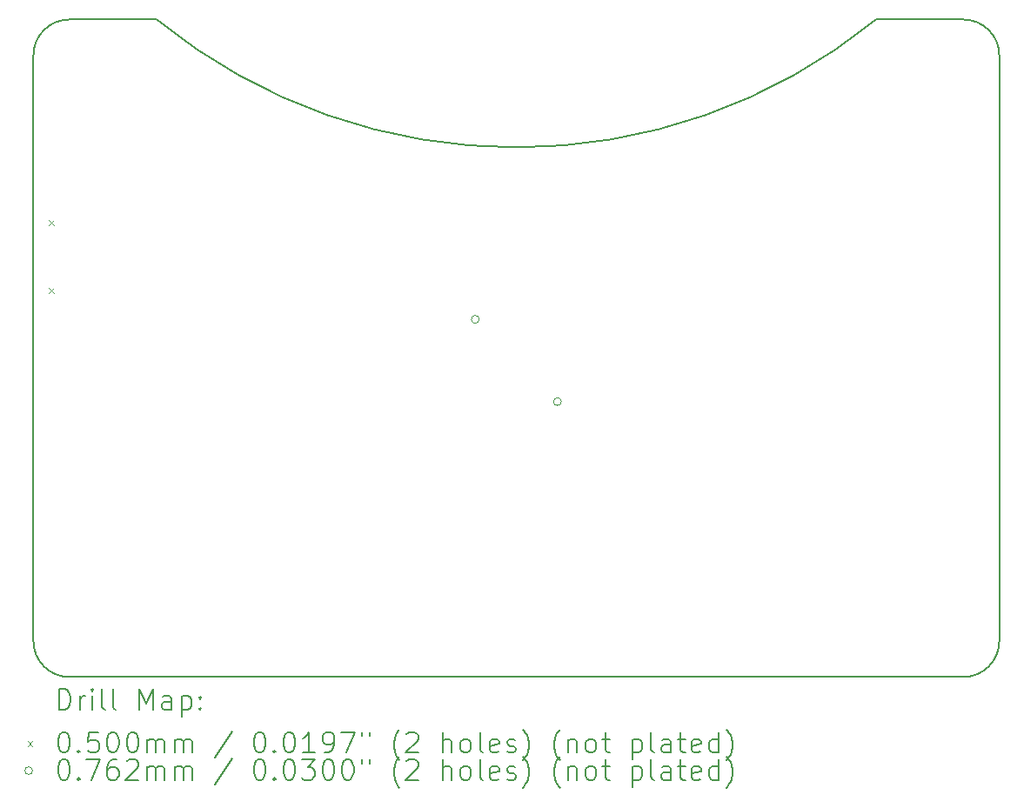
<source format=gbr>
%TF.GenerationSoftware,KiCad,Pcbnew,6.0.11-2627ca5db0~126~ubuntu20.04.1*%
%TF.CreationDate,2023-04-04T17:06:59-04:00*%
%TF.ProjectId,water_meter,77617465-725f-46d6-9574-65722e6b6963,rev?*%
%TF.SameCoordinates,Original*%
%TF.FileFunction,Drillmap*%
%TF.FilePolarity,Positive*%
%FSLAX45Y45*%
G04 Gerber Fmt 4.5, Leading zero omitted, Abs format (unit mm)*
G04 Created by KiCad (PCBNEW 6.0.11-2627ca5db0~126~ubuntu20.04.1) date 2023-04-04 17:06:59*
%MOMM*%
%LPD*%
G01*
G04 APERTURE LIST*
%ADD10C,0.150000*%
%ADD11C,0.200000*%
%ADD12C,0.050000*%
%ADD13C,0.076200*%
G04 APERTURE END LIST*
D10*
X11385000Y-8366000D02*
X12235000Y-8366000D01*
X11035000Y-8716000D02*
X11035000Y-14416000D01*
X19235000Y-8366000D02*
X20085000Y-8366000D01*
X20435000Y-14416000D02*
X20435000Y-8716000D01*
X12235000Y-8366000D02*
G75*
G03*
X19235000Y-8366000I3500000J4300000D01*
G01*
X11035000Y-14416000D02*
G75*
G03*
X11385000Y-14766000I350000J0D01*
G01*
X20435000Y-8716000D02*
G75*
G03*
X20085000Y-8366000I-350000J0D01*
G01*
X11385000Y-8366000D02*
G75*
G03*
X11035000Y-8716000I0J-350000D01*
G01*
X20085000Y-14766000D02*
G75*
G03*
X20435000Y-14416000I0J350000D01*
G01*
X11385000Y-14766000D02*
X20085000Y-14766000D01*
D11*
D12*
X11181250Y-10315575D02*
X11231250Y-10365575D01*
X11231250Y-10315575D02*
X11181250Y-10365575D01*
X11181250Y-10975575D02*
X11231250Y-11025575D01*
X11231250Y-10975575D02*
X11181250Y-11025575D01*
D13*
X15373100Y-11285000D02*
G75*
G03*
X15373100Y-11285000I-38100J0D01*
G01*
X16173100Y-12085000D02*
G75*
G03*
X16173100Y-12085000I-38100J0D01*
G01*
D11*
X11285119Y-15083976D02*
X11285119Y-14883976D01*
X11332738Y-14883976D01*
X11361309Y-14893500D01*
X11380357Y-14912548D01*
X11389881Y-14931595D01*
X11399405Y-14969690D01*
X11399405Y-14998262D01*
X11389881Y-15036357D01*
X11380357Y-15055405D01*
X11361309Y-15074452D01*
X11332738Y-15083976D01*
X11285119Y-15083976D01*
X11485119Y-15083976D02*
X11485119Y-14950643D01*
X11485119Y-14988738D02*
X11494643Y-14969690D01*
X11504167Y-14960167D01*
X11523214Y-14950643D01*
X11542262Y-14950643D01*
X11608928Y-15083976D02*
X11608928Y-14950643D01*
X11608928Y-14883976D02*
X11599405Y-14893500D01*
X11608928Y-14903024D01*
X11618452Y-14893500D01*
X11608928Y-14883976D01*
X11608928Y-14903024D01*
X11732738Y-15083976D02*
X11713690Y-15074452D01*
X11704167Y-15055405D01*
X11704167Y-14883976D01*
X11837500Y-15083976D02*
X11818452Y-15074452D01*
X11808928Y-15055405D01*
X11808928Y-14883976D01*
X12066071Y-15083976D02*
X12066071Y-14883976D01*
X12132738Y-15026833D01*
X12199405Y-14883976D01*
X12199405Y-15083976D01*
X12380357Y-15083976D02*
X12380357Y-14979214D01*
X12370833Y-14960167D01*
X12351786Y-14950643D01*
X12313690Y-14950643D01*
X12294643Y-14960167D01*
X12380357Y-15074452D02*
X12361309Y-15083976D01*
X12313690Y-15083976D01*
X12294643Y-15074452D01*
X12285119Y-15055405D01*
X12285119Y-15036357D01*
X12294643Y-15017309D01*
X12313690Y-15007786D01*
X12361309Y-15007786D01*
X12380357Y-14998262D01*
X12475595Y-14950643D02*
X12475595Y-15150643D01*
X12475595Y-14960167D02*
X12494643Y-14950643D01*
X12532738Y-14950643D01*
X12551786Y-14960167D01*
X12561309Y-14969690D01*
X12570833Y-14988738D01*
X12570833Y-15045881D01*
X12561309Y-15064928D01*
X12551786Y-15074452D01*
X12532738Y-15083976D01*
X12494643Y-15083976D01*
X12475595Y-15074452D01*
X12656548Y-15064928D02*
X12666071Y-15074452D01*
X12656548Y-15083976D01*
X12647024Y-15074452D01*
X12656548Y-15064928D01*
X12656548Y-15083976D01*
X12656548Y-14960167D02*
X12666071Y-14969690D01*
X12656548Y-14979214D01*
X12647024Y-14969690D01*
X12656548Y-14960167D01*
X12656548Y-14979214D01*
D12*
X10977500Y-15388500D02*
X11027500Y-15438500D01*
X11027500Y-15388500D02*
X10977500Y-15438500D01*
D11*
X11323214Y-15303976D02*
X11342262Y-15303976D01*
X11361309Y-15313500D01*
X11370833Y-15323024D01*
X11380357Y-15342071D01*
X11389881Y-15380167D01*
X11389881Y-15427786D01*
X11380357Y-15465881D01*
X11370833Y-15484928D01*
X11361309Y-15494452D01*
X11342262Y-15503976D01*
X11323214Y-15503976D01*
X11304167Y-15494452D01*
X11294643Y-15484928D01*
X11285119Y-15465881D01*
X11275595Y-15427786D01*
X11275595Y-15380167D01*
X11285119Y-15342071D01*
X11294643Y-15323024D01*
X11304167Y-15313500D01*
X11323214Y-15303976D01*
X11475595Y-15484928D02*
X11485119Y-15494452D01*
X11475595Y-15503976D01*
X11466071Y-15494452D01*
X11475595Y-15484928D01*
X11475595Y-15503976D01*
X11666071Y-15303976D02*
X11570833Y-15303976D01*
X11561309Y-15399214D01*
X11570833Y-15389690D01*
X11589881Y-15380167D01*
X11637500Y-15380167D01*
X11656548Y-15389690D01*
X11666071Y-15399214D01*
X11675595Y-15418262D01*
X11675595Y-15465881D01*
X11666071Y-15484928D01*
X11656548Y-15494452D01*
X11637500Y-15503976D01*
X11589881Y-15503976D01*
X11570833Y-15494452D01*
X11561309Y-15484928D01*
X11799405Y-15303976D02*
X11818452Y-15303976D01*
X11837500Y-15313500D01*
X11847024Y-15323024D01*
X11856548Y-15342071D01*
X11866071Y-15380167D01*
X11866071Y-15427786D01*
X11856548Y-15465881D01*
X11847024Y-15484928D01*
X11837500Y-15494452D01*
X11818452Y-15503976D01*
X11799405Y-15503976D01*
X11780357Y-15494452D01*
X11770833Y-15484928D01*
X11761309Y-15465881D01*
X11751786Y-15427786D01*
X11751786Y-15380167D01*
X11761309Y-15342071D01*
X11770833Y-15323024D01*
X11780357Y-15313500D01*
X11799405Y-15303976D01*
X11989881Y-15303976D02*
X12008928Y-15303976D01*
X12027976Y-15313500D01*
X12037500Y-15323024D01*
X12047024Y-15342071D01*
X12056548Y-15380167D01*
X12056548Y-15427786D01*
X12047024Y-15465881D01*
X12037500Y-15484928D01*
X12027976Y-15494452D01*
X12008928Y-15503976D01*
X11989881Y-15503976D01*
X11970833Y-15494452D01*
X11961309Y-15484928D01*
X11951786Y-15465881D01*
X11942262Y-15427786D01*
X11942262Y-15380167D01*
X11951786Y-15342071D01*
X11961309Y-15323024D01*
X11970833Y-15313500D01*
X11989881Y-15303976D01*
X12142262Y-15503976D02*
X12142262Y-15370643D01*
X12142262Y-15389690D02*
X12151786Y-15380167D01*
X12170833Y-15370643D01*
X12199405Y-15370643D01*
X12218452Y-15380167D01*
X12227976Y-15399214D01*
X12227976Y-15503976D01*
X12227976Y-15399214D02*
X12237500Y-15380167D01*
X12256548Y-15370643D01*
X12285119Y-15370643D01*
X12304167Y-15380167D01*
X12313690Y-15399214D01*
X12313690Y-15503976D01*
X12408928Y-15503976D02*
X12408928Y-15370643D01*
X12408928Y-15389690D02*
X12418452Y-15380167D01*
X12437500Y-15370643D01*
X12466071Y-15370643D01*
X12485119Y-15380167D01*
X12494643Y-15399214D01*
X12494643Y-15503976D01*
X12494643Y-15399214D02*
X12504167Y-15380167D01*
X12523214Y-15370643D01*
X12551786Y-15370643D01*
X12570833Y-15380167D01*
X12580357Y-15399214D01*
X12580357Y-15503976D01*
X12970833Y-15294452D02*
X12799405Y-15551595D01*
X13227976Y-15303976D02*
X13247024Y-15303976D01*
X13266071Y-15313500D01*
X13275595Y-15323024D01*
X13285119Y-15342071D01*
X13294643Y-15380167D01*
X13294643Y-15427786D01*
X13285119Y-15465881D01*
X13275595Y-15484928D01*
X13266071Y-15494452D01*
X13247024Y-15503976D01*
X13227976Y-15503976D01*
X13208928Y-15494452D01*
X13199405Y-15484928D01*
X13189881Y-15465881D01*
X13180357Y-15427786D01*
X13180357Y-15380167D01*
X13189881Y-15342071D01*
X13199405Y-15323024D01*
X13208928Y-15313500D01*
X13227976Y-15303976D01*
X13380357Y-15484928D02*
X13389881Y-15494452D01*
X13380357Y-15503976D01*
X13370833Y-15494452D01*
X13380357Y-15484928D01*
X13380357Y-15503976D01*
X13513690Y-15303976D02*
X13532738Y-15303976D01*
X13551786Y-15313500D01*
X13561309Y-15323024D01*
X13570833Y-15342071D01*
X13580357Y-15380167D01*
X13580357Y-15427786D01*
X13570833Y-15465881D01*
X13561309Y-15484928D01*
X13551786Y-15494452D01*
X13532738Y-15503976D01*
X13513690Y-15503976D01*
X13494643Y-15494452D01*
X13485119Y-15484928D01*
X13475595Y-15465881D01*
X13466071Y-15427786D01*
X13466071Y-15380167D01*
X13475595Y-15342071D01*
X13485119Y-15323024D01*
X13494643Y-15313500D01*
X13513690Y-15303976D01*
X13770833Y-15503976D02*
X13656548Y-15503976D01*
X13713690Y-15503976D02*
X13713690Y-15303976D01*
X13694643Y-15332548D01*
X13675595Y-15351595D01*
X13656548Y-15361119D01*
X13866071Y-15503976D02*
X13904167Y-15503976D01*
X13923214Y-15494452D01*
X13932738Y-15484928D01*
X13951786Y-15456357D01*
X13961309Y-15418262D01*
X13961309Y-15342071D01*
X13951786Y-15323024D01*
X13942262Y-15313500D01*
X13923214Y-15303976D01*
X13885119Y-15303976D01*
X13866071Y-15313500D01*
X13856548Y-15323024D01*
X13847024Y-15342071D01*
X13847024Y-15389690D01*
X13856548Y-15408738D01*
X13866071Y-15418262D01*
X13885119Y-15427786D01*
X13923214Y-15427786D01*
X13942262Y-15418262D01*
X13951786Y-15408738D01*
X13961309Y-15389690D01*
X14027976Y-15303976D02*
X14161309Y-15303976D01*
X14075595Y-15503976D01*
X14227976Y-15303976D02*
X14227976Y-15342071D01*
X14304167Y-15303976D02*
X14304167Y-15342071D01*
X14599405Y-15580167D02*
X14589881Y-15570643D01*
X14570833Y-15542071D01*
X14561309Y-15523024D01*
X14551786Y-15494452D01*
X14542262Y-15446833D01*
X14542262Y-15408738D01*
X14551786Y-15361119D01*
X14561309Y-15332548D01*
X14570833Y-15313500D01*
X14589881Y-15284928D01*
X14599405Y-15275405D01*
X14666071Y-15323024D02*
X14675595Y-15313500D01*
X14694643Y-15303976D01*
X14742262Y-15303976D01*
X14761309Y-15313500D01*
X14770833Y-15323024D01*
X14780357Y-15342071D01*
X14780357Y-15361119D01*
X14770833Y-15389690D01*
X14656548Y-15503976D01*
X14780357Y-15503976D01*
X15018452Y-15503976D02*
X15018452Y-15303976D01*
X15104167Y-15503976D02*
X15104167Y-15399214D01*
X15094643Y-15380167D01*
X15075595Y-15370643D01*
X15047024Y-15370643D01*
X15027976Y-15380167D01*
X15018452Y-15389690D01*
X15227976Y-15503976D02*
X15208928Y-15494452D01*
X15199405Y-15484928D01*
X15189881Y-15465881D01*
X15189881Y-15408738D01*
X15199405Y-15389690D01*
X15208928Y-15380167D01*
X15227976Y-15370643D01*
X15256548Y-15370643D01*
X15275595Y-15380167D01*
X15285119Y-15389690D01*
X15294643Y-15408738D01*
X15294643Y-15465881D01*
X15285119Y-15484928D01*
X15275595Y-15494452D01*
X15256548Y-15503976D01*
X15227976Y-15503976D01*
X15408928Y-15503976D02*
X15389881Y-15494452D01*
X15380357Y-15475405D01*
X15380357Y-15303976D01*
X15561309Y-15494452D02*
X15542262Y-15503976D01*
X15504167Y-15503976D01*
X15485119Y-15494452D01*
X15475595Y-15475405D01*
X15475595Y-15399214D01*
X15485119Y-15380167D01*
X15504167Y-15370643D01*
X15542262Y-15370643D01*
X15561309Y-15380167D01*
X15570833Y-15399214D01*
X15570833Y-15418262D01*
X15475595Y-15437309D01*
X15647024Y-15494452D02*
X15666071Y-15503976D01*
X15704167Y-15503976D01*
X15723214Y-15494452D01*
X15732738Y-15475405D01*
X15732738Y-15465881D01*
X15723214Y-15446833D01*
X15704167Y-15437309D01*
X15675595Y-15437309D01*
X15656548Y-15427786D01*
X15647024Y-15408738D01*
X15647024Y-15399214D01*
X15656548Y-15380167D01*
X15675595Y-15370643D01*
X15704167Y-15370643D01*
X15723214Y-15380167D01*
X15799405Y-15580167D02*
X15808928Y-15570643D01*
X15827976Y-15542071D01*
X15837500Y-15523024D01*
X15847024Y-15494452D01*
X15856548Y-15446833D01*
X15856548Y-15408738D01*
X15847024Y-15361119D01*
X15837500Y-15332548D01*
X15827976Y-15313500D01*
X15808928Y-15284928D01*
X15799405Y-15275405D01*
X16161309Y-15580167D02*
X16151786Y-15570643D01*
X16132738Y-15542071D01*
X16123214Y-15523024D01*
X16113690Y-15494452D01*
X16104167Y-15446833D01*
X16104167Y-15408738D01*
X16113690Y-15361119D01*
X16123214Y-15332548D01*
X16132738Y-15313500D01*
X16151786Y-15284928D01*
X16161309Y-15275405D01*
X16237500Y-15370643D02*
X16237500Y-15503976D01*
X16237500Y-15389690D02*
X16247024Y-15380167D01*
X16266071Y-15370643D01*
X16294643Y-15370643D01*
X16313690Y-15380167D01*
X16323214Y-15399214D01*
X16323214Y-15503976D01*
X16447024Y-15503976D02*
X16427976Y-15494452D01*
X16418452Y-15484928D01*
X16408928Y-15465881D01*
X16408928Y-15408738D01*
X16418452Y-15389690D01*
X16427976Y-15380167D01*
X16447024Y-15370643D01*
X16475595Y-15370643D01*
X16494643Y-15380167D01*
X16504167Y-15389690D01*
X16513690Y-15408738D01*
X16513690Y-15465881D01*
X16504167Y-15484928D01*
X16494643Y-15494452D01*
X16475595Y-15503976D01*
X16447024Y-15503976D01*
X16570833Y-15370643D02*
X16647024Y-15370643D01*
X16599405Y-15303976D02*
X16599405Y-15475405D01*
X16608928Y-15494452D01*
X16627976Y-15503976D01*
X16647024Y-15503976D01*
X16866071Y-15370643D02*
X16866071Y-15570643D01*
X16866071Y-15380167D02*
X16885119Y-15370643D01*
X16923214Y-15370643D01*
X16942262Y-15380167D01*
X16951786Y-15389690D01*
X16961310Y-15408738D01*
X16961310Y-15465881D01*
X16951786Y-15484928D01*
X16942262Y-15494452D01*
X16923214Y-15503976D01*
X16885119Y-15503976D01*
X16866071Y-15494452D01*
X17075595Y-15503976D02*
X17056548Y-15494452D01*
X17047024Y-15475405D01*
X17047024Y-15303976D01*
X17237500Y-15503976D02*
X17237500Y-15399214D01*
X17227976Y-15380167D01*
X17208929Y-15370643D01*
X17170833Y-15370643D01*
X17151786Y-15380167D01*
X17237500Y-15494452D02*
X17218452Y-15503976D01*
X17170833Y-15503976D01*
X17151786Y-15494452D01*
X17142262Y-15475405D01*
X17142262Y-15456357D01*
X17151786Y-15437309D01*
X17170833Y-15427786D01*
X17218452Y-15427786D01*
X17237500Y-15418262D01*
X17304167Y-15370643D02*
X17380357Y-15370643D01*
X17332738Y-15303976D02*
X17332738Y-15475405D01*
X17342262Y-15494452D01*
X17361310Y-15503976D01*
X17380357Y-15503976D01*
X17523214Y-15494452D02*
X17504167Y-15503976D01*
X17466071Y-15503976D01*
X17447024Y-15494452D01*
X17437500Y-15475405D01*
X17437500Y-15399214D01*
X17447024Y-15380167D01*
X17466071Y-15370643D01*
X17504167Y-15370643D01*
X17523214Y-15380167D01*
X17532738Y-15399214D01*
X17532738Y-15418262D01*
X17437500Y-15437309D01*
X17704167Y-15503976D02*
X17704167Y-15303976D01*
X17704167Y-15494452D02*
X17685119Y-15503976D01*
X17647024Y-15503976D01*
X17627976Y-15494452D01*
X17618452Y-15484928D01*
X17608929Y-15465881D01*
X17608929Y-15408738D01*
X17618452Y-15389690D01*
X17627976Y-15380167D01*
X17647024Y-15370643D01*
X17685119Y-15370643D01*
X17704167Y-15380167D01*
X17780357Y-15580167D02*
X17789881Y-15570643D01*
X17808929Y-15542071D01*
X17818452Y-15523024D01*
X17827976Y-15494452D01*
X17837500Y-15446833D01*
X17837500Y-15408738D01*
X17827976Y-15361119D01*
X17818452Y-15332548D01*
X17808929Y-15313500D01*
X17789881Y-15284928D01*
X17780357Y-15275405D01*
D13*
X11027500Y-15677500D02*
G75*
G03*
X11027500Y-15677500I-38100J0D01*
G01*
D11*
X11323214Y-15567976D02*
X11342262Y-15567976D01*
X11361309Y-15577500D01*
X11370833Y-15587024D01*
X11380357Y-15606071D01*
X11389881Y-15644167D01*
X11389881Y-15691786D01*
X11380357Y-15729881D01*
X11370833Y-15748928D01*
X11361309Y-15758452D01*
X11342262Y-15767976D01*
X11323214Y-15767976D01*
X11304167Y-15758452D01*
X11294643Y-15748928D01*
X11285119Y-15729881D01*
X11275595Y-15691786D01*
X11275595Y-15644167D01*
X11285119Y-15606071D01*
X11294643Y-15587024D01*
X11304167Y-15577500D01*
X11323214Y-15567976D01*
X11475595Y-15748928D02*
X11485119Y-15758452D01*
X11475595Y-15767976D01*
X11466071Y-15758452D01*
X11475595Y-15748928D01*
X11475595Y-15767976D01*
X11551786Y-15567976D02*
X11685119Y-15567976D01*
X11599405Y-15767976D01*
X11847024Y-15567976D02*
X11808928Y-15567976D01*
X11789881Y-15577500D01*
X11780357Y-15587024D01*
X11761309Y-15615595D01*
X11751786Y-15653690D01*
X11751786Y-15729881D01*
X11761309Y-15748928D01*
X11770833Y-15758452D01*
X11789881Y-15767976D01*
X11827976Y-15767976D01*
X11847024Y-15758452D01*
X11856548Y-15748928D01*
X11866071Y-15729881D01*
X11866071Y-15682262D01*
X11856548Y-15663214D01*
X11847024Y-15653690D01*
X11827976Y-15644167D01*
X11789881Y-15644167D01*
X11770833Y-15653690D01*
X11761309Y-15663214D01*
X11751786Y-15682262D01*
X11942262Y-15587024D02*
X11951786Y-15577500D01*
X11970833Y-15567976D01*
X12018452Y-15567976D01*
X12037500Y-15577500D01*
X12047024Y-15587024D01*
X12056548Y-15606071D01*
X12056548Y-15625119D01*
X12047024Y-15653690D01*
X11932738Y-15767976D01*
X12056548Y-15767976D01*
X12142262Y-15767976D02*
X12142262Y-15634643D01*
X12142262Y-15653690D02*
X12151786Y-15644167D01*
X12170833Y-15634643D01*
X12199405Y-15634643D01*
X12218452Y-15644167D01*
X12227976Y-15663214D01*
X12227976Y-15767976D01*
X12227976Y-15663214D02*
X12237500Y-15644167D01*
X12256548Y-15634643D01*
X12285119Y-15634643D01*
X12304167Y-15644167D01*
X12313690Y-15663214D01*
X12313690Y-15767976D01*
X12408928Y-15767976D02*
X12408928Y-15634643D01*
X12408928Y-15653690D02*
X12418452Y-15644167D01*
X12437500Y-15634643D01*
X12466071Y-15634643D01*
X12485119Y-15644167D01*
X12494643Y-15663214D01*
X12494643Y-15767976D01*
X12494643Y-15663214D02*
X12504167Y-15644167D01*
X12523214Y-15634643D01*
X12551786Y-15634643D01*
X12570833Y-15644167D01*
X12580357Y-15663214D01*
X12580357Y-15767976D01*
X12970833Y-15558452D02*
X12799405Y-15815595D01*
X13227976Y-15567976D02*
X13247024Y-15567976D01*
X13266071Y-15577500D01*
X13275595Y-15587024D01*
X13285119Y-15606071D01*
X13294643Y-15644167D01*
X13294643Y-15691786D01*
X13285119Y-15729881D01*
X13275595Y-15748928D01*
X13266071Y-15758452D01*
X13247024Y-15767976D01*
X13227976Y-15767976D01*
X13208928Y-15758452D01*
X13199405Y-15748928D01*
X13189881Y-15729881D01*
X13180357Y-15691786D01*
X13180357Y-15644167D01*
X13189881Y-15606071D01*
X13199405Y-15587024D01*
X13208928Y-15577500D01*
X13227976Y-15567976D01*
X13380357Y-15748928D02*
X13389881Y-15758452D01*
X13380357Y-15767976D01*
X13370833Y-15758452D01*
X13380357Y-15748928D01*
X13380357Y-15767976D01*
X13513690Y-15567976D02*
X13532738Y-15567976D01*
X13551786Y-15577500D01*
X13561309Y-15587024D01*
X13570833Y-15606071D01*
X13580357Y-15644167D01*
X13580357Y-15691786D01*
X13570833Y-15729881D01*
X13561309Y-15748928D01*
X13551786Y-15758452D01*
X13532738Y-15767976D01*
X13513690Y-15767976D01*
X13494643Y-15758452D01*
X13485119Y-15748928D01*
X13475595Y-15729881D01*
X13466071Y-15691786D01*
X13466071Y-15644167D01*
X13475595Y-15606071D01*
X13485119Y-15587024D01*
X13494643Y-15577500D01*
X13513690Y-15567976D01*
X13647024Y-15567976D02*
X13770833Y-15567976D01*
X13704167Y-15644167D01*
X13732738Y-15644167D01*
X13751786Y-15653690D01*
X13761309Y-15663214D01*
X13770833Y-15682262D01*
X13770833Y-15729881D01*
X13761309Y-15748928D01*
X13751786Y-15758452D01*
X13732738Y-15767976D01*
X13675595Y-15767976D01*
X13656548Y-15758452D01*
X13647024Y-15748928D01*
X13894643Y-15567976D02*
X13913690Y-15567976D01*
X13932738Y-15577500D01*
X13942262Y-15587024D01*
X13951786Y-15606071D01*
X13961309Y-15644167D01*
X13961309Y-15691786D01*
X13951786Y-15729881D01*
X13942262Y-15748928D01*
X13932738Y-15758452D01*
X13913690Y-15767976D01*
X13894643Y-15767976D01*
X13875595Y-15758452D01*
X13866071Y-15748928D01*
X13856548Y-15729881D01*
X13847024Y-15691786D01*
X13847024Y-15644167D01*
X13856548Y-15606071D01*
X13866071Y-15587024D01*
X13875595Y-15577500D01*
X13894643Y-15567976D01*
X14085119Y-15567976D02*
X14104167Y-15567976D01*
X14123214Y-15577500D01*
X14132738Y-15587024D01*
X14142262Y-15606071D01*
X14151786Y-15644167D01*
X14151786Y-15691786D01*
X14142262Y-15729881D01*
X14132738Y-15748928D01*
X14123214Y-15758452D01*
X14104167Y-15767976D01*
X14085119Y-15767976D01*
X14066071Y-15758452D01*
X14056548Y-15748928D01*
X14047024Y-15729881D01*
X14037500Y-15691786D01*
X14037500Y-15644167D01*
X14047024Y-15606071D01*
X14056548Y-15587024D01*
X14066071Y-15577500D01*
X14085119Y-15567976D01*
X14227976Y-15567976D02*
X14227976Y-15606071D01*
X14304167Y-15567976D02*
X14304167Y-15606071D01*
X14599405Y-15844167D02*
X14589881Y-15834643D01*
X14570833Y-15806071D01*
X14561309Y-15787024D01*
X14551786Y-15758452D01*
X14542262Y-15710833D01*
X14542262Y-15672738D01*
X14551786Y-15625119D01*
X14561309Y-15596548D01*
X14570833Y-15577500D01*
X14589881Y-15548928D01*
X14599405Y-15539405D01*
X14666071Y-15587024D02*
X14675595Y-15577500D01*
X14694643Y-15567976D01*
X14742262Y-15567976D01*
X14761309Y-15577500D01*
X14770833Y-15587024D01*
X14780357Y-15606071D01*
X14780357Y-15625119D01*
X14770833Y-15653690D01*
X14656548Y-15767976D01*
X14780357Y-15767976D01*
X15018452Y-15767976D02*
X15018452Y-15567976D01*
X15104167Y-15767976D02*
X15104167Y-15663214D01*
X15094643Y-15644167D01*
X15075595Y-15634643D01*
X15047024Y-15634643D01*
X15027976Y-15644167D01*
X15018452Y-15653690D01*
X15227976Y-15767976D02*
X15208928Y-15758452D01*
X15199405Y-15748928D01*
X15189881Y-15729881D01*
X15189881Y-15672738D01*
X15199405Y-15653690D01*
X15208928Y-15644167D01*
X15227976Y-15634643D01*
X15256548Y-15634643D01*
X15275595Y-15644167D01*
X15285119Y-15653690D01*
X15294643Y-15672738D01*
X15294643Y-15729881D01*
X15285119Y-15748928D01*
X15275595Y-15758452D01*
X15256548Y-15767976D01*
X15227976Y-15767976D01*
X15408928Y-15767976D02*
X15389881Y-15758452D01*
X15380357Y-15739405D01*
X15380357Y-15567976D01*
X15561309Y-15758452D02*
X15542262Y-15767976D01*
X15504167Y-15767976D01*
X15485119Y-15758452D01*
X15475595Y-15739405D01*
X15475595Y-15663214D01*
X15485119Y-15644167D01*
X15504167Y-15634643D01*
X15542262Y-15634643D01*
X15561309Y-15644167D01*
X15570833Y-15663214D01*
X15570833Y-15682262D01*
X15475595Y-15701309D01*
X15647024Y-15758452D02*
X15666071Y-15767976D01*
X15704167Y-15767976D01*
X15723214Y-15758452D01*
X15732738Y-15739405D01*
X15732738Y-15729881D01*
X15723214Y-15710833D01*
X15704167Y-15701309D01*
X15675595Y-15701309D01*
X15656548Y-15691786D01*
X15647024Y-15672738D01*
X15647024Y-15663214D01*
X15656548Y-15644167D01*
X15675595Y-15634643D01*
X15704167Y-15634643D01*
X15723214Y-15644167D01*
X15799405Y-15844167D02*
X15808928Y-15834643D01*
X15827976Y-15806071D01*
X15837500Y-15787024D01*
X15847024Y-15758452D01*
X15856548Y-15710833D01*
X15856548Y-15672738D01*
X15847024Y-15625119D01*
X15837500Y-15596548D01*
X15827976Y-15577500D01*
X15808928Y-15548928D01*
X15799405Y-15539405D01*
X16161309Y-15844167D02*
X16151786Y-15834643D01*
X16132738Y-15806071D01*
X16123214Y-15787024D01*
X16113690Y-15758452D01*
X16104167Y-15710833D01*
X16104167Y-15672738D01*
X16113690Y-15625119D01*
X16123214Y-15596548D01*
X16132738Y-15577500D01*
X16151786Y-15548928D01*
X16161309Y-15539405D01*
X16237500Y-15634643D02*
X16237500Y-15767976D01*
X16237500Y-15653690D02*
X16247024Y-15644167D01*
X16266071Y-15634643D01*
X16294643Y-15634643D01*
X16313690Y-15644167D01*
X16323214Y-15663214D01*
X16323214Y-15767976D01*
X16447024Y-15767976D02*
X16427976Y-15758452D01*
X16418452Y-15748928D01*
X16408928Y-15729881D01*
X16408928Y-15672738D01*
X16418452Y-15653690D01*
X16427976Y-15644167D01*
X16447024Y-15634643D01*
X16475595Y-15634643D01*
X16494643Y-15644167D01*
X16504167Y-15653690D01*
X16513690Y-15672738D01*
X16513690Y-15729881D01*
X16504167Y-15748928D01*
X16494643Y-15758452D01*
X16475595Y-15767976D01*
X16447024Y-15767976D01*
X16570833Y-15634643D02*
X16647024Y-15634643D01*
X16599405Y-15567976D02*
X16599405Y-15739405D01*
X16608928Y-15758452D01*
X16627976Y-15767976D01*
X16647024Y-15767976D01*
X16866071Y-15634643D02*
X16866071Y-15834643D01*
X16866071Y-15644167D02*
X16885119Y-15634643D01*
X16923214Y-15634643D01*
X16942262Y-15644167D01*
X16951786Y-15653690D01*
X16961310Y-15672738D01*
X16961310Y-15729881D01*
X16951786Y-15748928D01*
X16942262Y-15758452D01*
X16923214Y-15767976D01*
X16885119Y-15767976D01*
X16866071Y-15758452D01*
X17075595Y-15767976D02*
X17056548Y-15758452D01*
X17047024Y-15739405D01*
X17047024Y-15567976D01*
X17237500Y-15767976D02*
X17237500Y-15663214D01*
X17227976Y-15644167D01*
X17208929Y-15634643D01*
X17170833Y-15634643D01*
X17151786Y-15644167D01*
X17237500Y-15758452D02*
X17218452Y-15767976D01*
X17170833Y-15767976D01*
X17151786Y-15758452D01*
X17142262Y-15739405D01*
X17142262Y-15720357D01*
X17151786Y-15701309D01*
X17170833Y-15691786D01*
X17218452Y-15691786D01*
X17237500Y-15682262D01*
X17304167Y-15634643D02*
X17380357Y-15634643D01*
X17332738Y-15567976D02*
X17332738Y-15739405D01*
X17342262Y-15758452D01*
X17361310Y-15767976D01*
X17380357Y-15767976D01*
X17523214Y-15758452D02*
X17504167Y-15767976D01*
X17466071Y-15767976D01*
X17447024Y-15758452D01*
X17437500Y-15739405D01*
X17437500Y-15663214D01*
X17447024Y-15644167D01*
X17466071Y-15634643D01*
X17504167Y-15634643D01*
X17523214Y-15644167D01*
X17532738Y-15663214D01*
X17532738Y-15682262D01*
X17437500Y-15701309D01*
X17704167Y-15767976D02*
X17704167Y-15567976D01*
X17704167Y-15758452D02*
X17685119Y-15767976D01*
X17647024Y-15767976D01*
X17627976Y-15758452D01*
X17618452Y-15748928D01*
X17608929Y-15729881D01*
X17608929Y-15672738D01*
X17618452Y-15653690D01*
X17627976Y-15644167D01*
X17647024Y-15634643D01*
X17685119Y-15634643D01*
X17704167Y-15644167D01*
X17780357Y-15844167D02*
X17789881Y-15834643D01*
X17808929Y-15806071D01*
X17818452Y-15787024D01*
X17827976Y-15758452D01*
X17837500Y-15710833D01*
X17837500Y-15672738D01*
X17827976Y-15625119D01*
X17818452Y-15596548D01*
X17808929Y-15577500D01*
X17789881Y-15548928D01*
X17780357Y-15539405D01*
M02*

</source>
